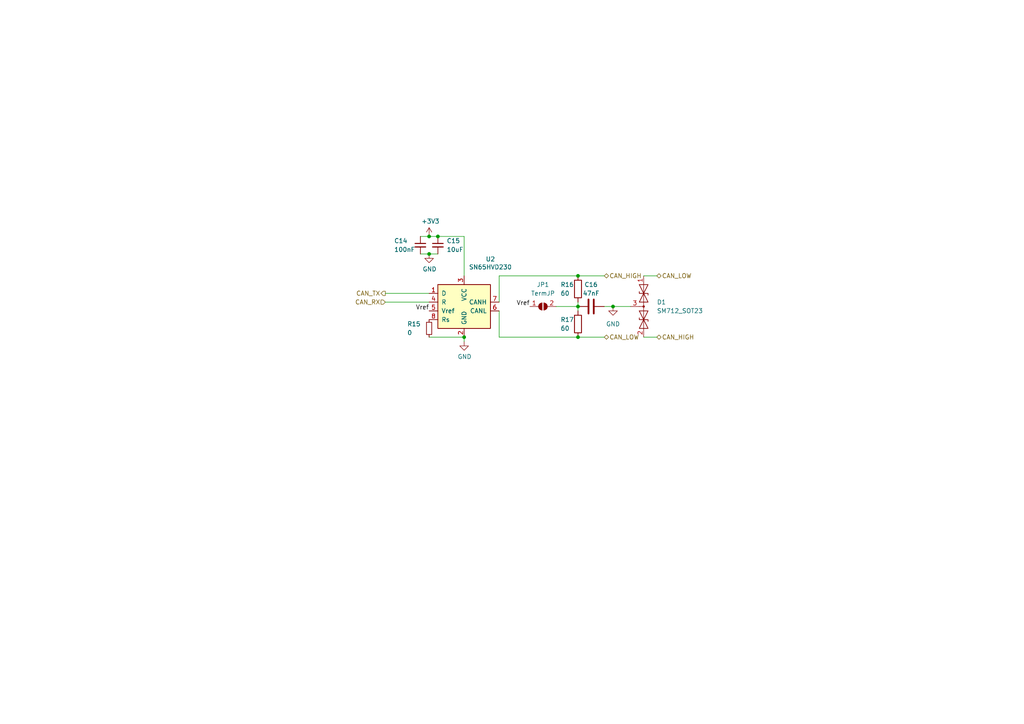
<source format=kicad_sch>
(kicad_sch (version 20231120) (generator "eeschema") (generator_version "8.0")
  (paper "A4")
  (lib_symbols
    (symbol "Device:C" (pin_numbers hide) (pin_names (offset 0.254))
      (property "Reference" "C" (at 0.635 2.54 0))
      (property "Value" "C" (at 0.635 -2.54 0))
      (symbol "C_0_1"
        (polyline (pts (xy -2.032 -0.762) (xy 2.032 -0.762)) (stroke (width 0.508)))
        (polyline (pts (xy -2.032 0.762) (xy 2.032 0.762)) (stroke (width 0.508)))
      )
      (symbol "C_1_1"
        (pin passive line (at 0 3.81 270) (length 2.794) (name "~") (number "1"))
        (pin passive line (at 0 -3.81 90) (length 2.794) (name "~") (number "2"))
      )
    )
    (symbol "Device:C_Small" (pin_numbers hide) (pin_names (offset 0.254) hide)
      (property "Reference" "C" (at 0.254 1.778 0))
      (property "Value" "C_Small" (at 0.254 -2.032 0))
      (symbol "C_Small_0_1"
        (polyline (pts (xy -1.524 -0.508) (xy 1.524 -0.508)) (stroke (width 0.3302)))
        (polyline (pts (xy -1.524 0.508) (xy 1.524 0.508)) (stroke (width 0.3048)))
      )
      (symbol "C_Small_1_1"
        (pin passive line (at 0 2.54 270) (length 2.032) (name "~") (number "1"))
        (pin passive line (at 0 -2.54 90) (length 2.032) (name "~") (number "2"))
      )
    )
    (symbol "Device:R" (pin_numbers hide) (pin_names (offset 0))
      (property "Reference" "R" (at 2.032 0 90))
      (property "Value" "R" (at 0 0 90))
      (symbol "R_0_1"
        (rectangle (start -1.016 -2.54) (end 1.016 2.54) (stroke (width 0.254)))
      )
      (symbol "R_1_1"
        (pin passive line (at 0 3.81 270) (length 1.27) (name "~") (number "1"))
        (pin passive line (at 0 -3.81 90) (length 1.27) (name "~") (number "2"))
      )
    )
    (symbol "Device:R_Small" (pin_numbers hide) (pin_names (offset 0.254) hide)
      (property "Reference" "R" (at 0.762 0.508 0))
      (property "Value" "R_Small" (at 0.762 -1.016 0))
      (symbol "R_Small_0_1"
        (rectangle (start -0.762 1.778) (end 0.762 -1.778) (stroke (width 0.2032)))
      )
      (symbol "R_Small_1_1"
        (pin passive line (at 0 2.54 270) (length 0.762) (name "~") (number "1"))
        (pin passive line (at 0 -2.54 90) (length 0.762) (name "~") (number "2"))
      )
    )
    (symbol "Diode:SM712_SOT23" (pin_names (offset 1.016) hide)
      (property "Reference" "D" (at 0 4.445 0))
      (property "Value" "SM712_SOT23" (at 0 2.54 0))
      (symbol "SM712_SOT23_0_0"
        (polyline (pts (xy 0 -1.27) (xy 0 0)))
      )
      (symbol "SM712_SOT23_0_1"
        (polyline (pts (xy -6.35 0) (xy 6.35 0)))
        (polyline (pts (xy -3.302 1.27) (xy -3.81 1.27) (xy -3.81 -1.27) (xy -4.318 -1.27)) (stroke (width 0.2032)))
        (polyline (pts (xy 4.318 1.27) (xy 3.81 1.27) (xy 3.81 -1.27) (xy 3.302 -1.27)) (stroke (width 0.2032)))
        (polyline (pts (xy -6.35 -1.27) (xy -1.27 1.27) (xy -1.27 -1.27) (xy -6.35 1.27) (xy -6.35 -1.27)) (stroke (width 0.2032)))
        (polyline (pts (xy 1.27 -1.27) (xy 1.27 1.27) (xy 6.35 -1.27) (xy 6.35 1.27) (xy 1.27 -1.27)) (stroke (width 0.2032)))
        (circle (center 0 0) (radius 0.254) (fill (type outline)))
      )
      (symbol "SM712_SOT23_1_1"
        (pin passive line (at -8.89 0 0) (length 2.54) (name "A1") (number "1"))
        (pin passive line (at 8.89 0 180) (length 2.54) (name "A2") (number "2"))
        (pin input line (at 0 -3.81 90) (length 2.54) (name "common") (number "3"))
      )
    )
    (symbol "Interface_CAN_LIN:SN65HVD230" (pin_names (offset 1.016))
      (property "Reference" "U" (at -2.54 10.16 0))
      (property "Value" "SN65HVD230" (at -2.54 7.62 0))
      (symbol "SN65HVD230_0_1"
        (rectangle (start -7.62 5.08) (end 7.62 -7.62) (stroke (width 0.254)) (fill (type background)))
      )
      (symbol "SN65HVD230_1_1"
        (pin input line (at -10.16 2.54 0) (length 2.54) (name "D") (number "1"))
        (pin power_in line (at 0 -10.16 90) (length 2.54) (name "GND") (number "2"))
        (pin power_in line (at 0 7.62 270) (length 2.54) (name "VCC") (number "3"))
        (pin output line (at -10.16 0 0) (length 2.54) (name "R") (number "4"))
        (pin output line (at -10.16 -2.54 0) (length 2.54) (name "Vref") (number "5"))
        (pin bidirectional line (at 10.16 -2.54 180) (length 2.54) (name "CANL") (number "6"))
        (pin bidirectional line (at 10.16 0 180) (length 2.54) (name "CANH") (number "7"))
        (pin input line (at -10.16 -5.08 0) (length 2.54) (name "Rs") (number "8"))
      )
    )
    (symbol "Jumper:SolderJumper_2_Open" (pin_names (offset 0) hide)
      (property "Reference" "JP" (at 0 2.032 0))
      (property "Value" "SolderJumper_2_Open" (at 0 -2.54 0))
      (symbol "SolderJumper_2_Open_0_1"
        (arc (start -0.254 1.016) (mid -1.2656 0) (end -0.254 -1.016))
        (arc (start -0.254 1.016) (mid -1.2656 0) (end -0.254 -1.016) (fill (type outline)))
        (polyline (pts (xy -0.254 1.016) (xy -0.254 -1.016)))
        (polyline (pts (xy 0.254 1.016) (xy 0.254 -1.016)))
        (arc (start 0.254 -1.016) (mid 1.2656 0) (end 0.254 1.016))
        (arc (start 0.254 -1.016) (mid 1.2656 0) (end 0.254 1.016) (fill (type outline)))
      )
      (symbol "SolderJumper_2_Open_1_1"
        (pin passive line (at -3.81 0 0) (length 2.54) (name "A") (number "1"))
        (pin passive line (at 3.81 0 180) (length 2.54) (name "B") (number "2"))
      )
    )
    (symbol "power:+3.3V" (power) (pin_names (offset 0))
      (property "Value" "+3.3V" (at 0 3.556 0))
      (symbol "+3.3V_0_1"
        (polyline (pts (xy -0.762 1.27) (xy 0 2.54)))
        (polyline (pts (xy 0 0) (xy 0 2.54)))
        (polyline (pts (xy 0 2.54) (xy 0.762 1.27)))
      )
      (symbol "+3.3V_1_1"
        (pin power_in line (at 0 0 90) (length 0) hide (name "+3V3") (number "1"))
      )
    )
    (symbol "power:GND" (power) (pin_names (offset 0))
      (property "Value" "GND" (at 0 -3.81 0))
      (symbol "GND_0_1"
        (polyline (pts (xy 0 0) (xy 0 -1.27) (xy 1.27 -1.27) (xy 0 -2.54) (xy -1.27 -1.27) (xy 0 -1.27)))
      )
      (symbol "GND_1_1"
        (pin power_in line (at 0 0 270) (length 0) hide (name "GND") (number "1"))
      )
    )
  )
  (junction (at 124.46 73.66))
  (junction (at 167.64 88.9))
  (junction (at 124.46 68.58))
  (junction (at 167.64 80.01))
  (junction (at 177.8 88.9))
  (junction (at 167.64 97.79))
  (junction (at 127 68.58))
  (junction (at 134.62 97.79))
  (wire (pts (xy 186.69 97.79) (xy 190.5 97.79)))
  (wire (pts (xy 134.62 68.58) (xy 134.62 80.01)))
  (wire (pts (xy 177.8 88.9) (xy 182.88 88.9)))
  (wire (pts (xy 121.92 73.66) (xy 124.46 73.66)))
  (wire (pts (xy 144.78 90.17) (xy 144.78 97.79)))
  (wire (pts (xy 124.46 68.58) (xy 127 68.58)))
  (wire (pts (xy 111.76 87.63) (xy 124.46 87.63)))
  (wire (pts (xy 167.64 97.79) (xy 175.26 97.79)))
  (wire (pts (xy 124.46 73.66) (xy 127 73.66)))
  (wire (pts (xy 167.64 88.9) (xy 167.64 90.17)))
  (wire (pts (xy 186.69 80.01) (xy 190.5 80.01)))
  (wire (pts (xy 111.76 85.09) (xy 124.46 85.09)))
  (wire (pts (xy 144.78 97.79) (xy 167.64 97.79)))
  (wire (pts (xy 167.64 87.63) (xy 167.64 88.9)))
  (wire (pts (xy 161.29 88.9) (xy 167.64 88.9)))
  (wire (pts (xy 124.46 97.79) (xy 134.62 97.79)))
  (wire (pts (xy 127 68.58) (xy 134.62 68.58)))
  (wire (pts (xy 121.92 68.58) (xy 124.46 68.58)))
  (wire (pts (xy 167.64 80.01) (xy 175.26 80.01)))
  (wire (pts (xy 134.62 99.06) (xy 134.62 97.79)))
  (wire (pts (xy 144.78 87.63) (xy 144.78 80.01)))
  (wire (pts (xy 177.8 88.9) (xy 175.26 88.9)))
  (wire (pts (xy 144.78 80.01) (xy 167.64 80.01)))
  (label "Vref" (at 124.46 90.17 180))
  (label "Vref" (at 153.67 88.9 180))
  (hierarchical_label "CAN_RX" (shape input) (at 111.76 87.63 180))
  (hierarchical_label "CAN_HIGH" (shape bidirectional) (at 175.26 80.01 0))
  (hierarchical_label "CAN_TX" (shape output) (at 111.76 85.09 180))
  (hierarchical_label "CAN_HIGH" (shape bidirectional) (at 190.5 97.79 0))
  (hierarchical_label "CAN_LOW" (shape bidirectional) (at 190.5 80.01 0))
  (hierarchical_label "CAN_LOW" (shape bidirectional) (at 175.26 97.79 0))
  (symbol (lib_id "power:GND") (at 134.62 99.06 0) (unit 1)
    (property "Reference" "#PWR035" (effects (hide yes)))
    (property "Value" "GND" (at 134.747 103.4542 0))
  )
  (symbol (lib_id "power:+3.3V") (at 124.46 68.58 0) (unit 1)
    (property "Reference" "#PWR033" (effects (hide yes)))
    (property "Value" "+3V3" (at 124.841 64.1858 0))
  )
  (symbol (lib_id "Interface_CAN_LIN:SN65HVD230") (at 134.62 87.63 0) (unit 1)
    (property "Reference" "U2" (at 142.24 75.1586 0))
    (property "Value" "SN65HVD230" (at 142.24 77.47 0))
    (property "Footprint" "Package_SO:SOIC-8_3.9x4.9mm_P1.27mm" (effects (hide yes)))
    (property "Datasheet" "http://www.ti.com/lit/ds/symlink/sn65hvd230.pdf" (effects (hide yes)))
  )
  (symbol (lib_id "Device:C_Small") (at 127 71.12 0) (unit 1)
    (property "Reference" "C15" (at 129.54 69.8562 0) (effects (justify left)))
    (property "Value" "10uF" (at 129.54 72.3962 0) (effects (justify left)))
    (property "Footprint" "Capacitor_SMD:C_0402_1005Metric" (effects (hide yes)))
  )
  (symbol (lib_id "Diode:SM712_SOT23") (at 186.69 88.9 270) (unit 1)
    (property "Reference" "D1" (at 190.5 87.63 90) (effects (justify left)))
    (property "Value" "SM712_SOT23" (at 190.5 90.17 90) (effects (justify left)))
    (property "Footprint" "Package_TO_SOT_SMD:SOT-23" (effects (hide yes)))
    (property "Datasheet" "https://www.littelfuse.com/~/media/electronics/datasheets/tvs_diode_arrays/littelfuse_tvs_diode_array_sm712_datasheet.pdf.pdf" (effects (hide yes)))
  )
  (symbol (lib_id "power:GND") (at 177.8 88.9 0) (unit 1)
    (property "Reference" "#PWR036" (effects (hide yes)))
    (property "Value" "GND" (at 177.8 93.98 0))
  )
  (symbol (lib_id "Device:C_Small") (at 121.92 71.12 0) (unit 1)
    (property "Reference" "C14" (at 114.3 69.85 0) (effects (justify left)))
    (property "Value" "100nF" (at 114.3 72.39 0) (effects (justify left)))
    (property "Footprint" "Capacitor_SMD:C_0402_1005Metric" (effects (hide yes)))
  )
  (symbol (lib_id "Device:R_Small") (at 124.46 95.25 0) (unit 1)
    (property "Reference" "R15" (at 118.11 93.98 0) (effects (justify left)))
    (property "Value" "0" (at 118.11 96.52 0) (effects (justify left)))
    (property "Footprint" "Resistor_SMD:R_0603_1608Metric" (effects (hide yes)))
  )
  (symbol (lib_id "Device:R") (at 167.64 93.98 0) (unit 1)
    (property "Reference" "R17" (at 162.56 92.71 0) (effects (justify left)))
    (property "Value" "60" (at 162.56 95.25 0) (effects (justify left)))
    (property "Footprint" "Resistor_SMD:R_0603_1608Metric" (effects (hide yes)))
  )
  (symbol (lib_id "Device:R") (at 167.64 83.82 0) (unit 1)
    (property "Reference" "R16" (at 162.56 82.55 0) (effects (justify left)))
    (property "Value" "60" (at 162.56 85.09 0) (effects (justify left)))
    (property "Footprint" "Resistor_SMD:R_0603_1608Metric" (effects (hide yes)))
  )
  (symbol (lib_id "Device:C") (at 171.45 88.9 90) (unit 1)
    (property "Reference" "C16" (at 171.45 82.55 90))
    (property "Value" "47nF" (at 171.45 85.09 90))
    (property "Footprint" "Capacitor_SMD:C_0402_1005Metric" (effects (hide yes)))
  )
  (symbol (lib_id "power:GND") (at 124.46 73.66 0) (unit 1)
    (property "Reference" "#PWR034" (effects (hide yes)))
    (property "Value" "GND" (at 124.587 78.0542 0))
  )
  (symbol (lib_id "Jumper:SolderJumper_2_Open") (at 157.48 88.9 0) (unit 1)
    (property "Reference" "JP1" (at 157.48 82.55 0))
    (property "Value" "TermJP" (at 157.48 85.09 0))
    (property "Footprint" "iclr:SmallerSolderJP" (effects (hide yes)))
  )
)
</source>
